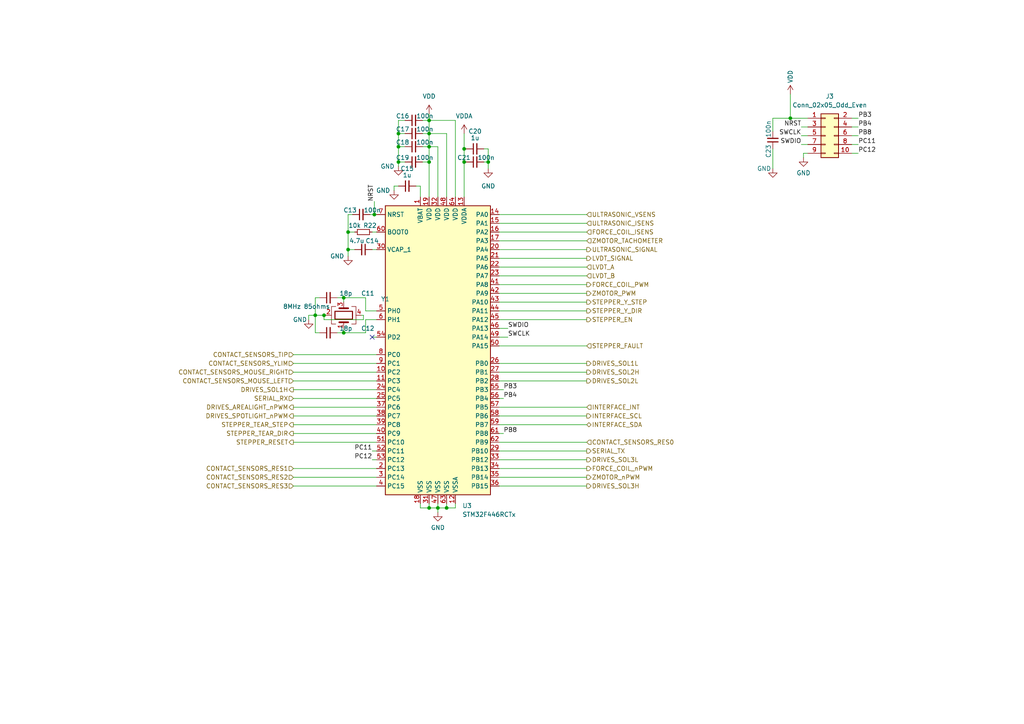
<source format=kicad_sch>
(kicad_sch (version 20211123) (generator eeschema)
  (paper "A4")
  (lib_symbols
    (symbol "Connector_Generic:Conn_02x05_Odd_Even" (pin_names (offset 1.016) hide)
      (property "Reference" "J" (at 1.27 7.62 0))
      (property "Value" "Conn_02x05_Odd_Even" (at 1.27 -7.62 0))
      (symbol "Conn_02x05_Odd_Even_1_1"
        (rectangle (start -1.27 -4.953) (end 0 -5.207) (stroke (width 0.1524)))
        (rectangle (start -1.27 -2.413) (end 0 -2.667) (stroke (width 0.1524)))
        (rectangle (start -1.27 0.127) (end 0 -0.127) (stroke (width 0.1524)))
        (rectangle (start -1.27 2.667) (end 0 2.413) (stroke (width 0.1524)))
        (rectangle (start -1.27 5.207) (end 0 4.953) (stroke (width 0.1524)))
        (rectangle (start -1.27 6.35) (end 3.81 -6.35) (stroke (width 0.254)) (fill (type background)))
        (rectangle (start 3.81 -4.953) (end 2.54 -5.207) (stroke (width 0.1524)))
        (rectangle (start 3.81 -2.413) (end 2.54 -2.667) (stroke (width 0.1524)))
        (rectangle (start 3.81 0.127) (end 2.54 -0.127) (stroke (width 0.1524)))
        (rectangle (start 3.81 2.667) (end 2.54 2.413) (stroke (width 0.1524)))
        (rectangle (start 3.81 5.207) (end 2.54 4.953) (stroke (width 0.1524)))
        (pin passive line (at -5.08 5.08 0) (length 3.81) (name "Pin_1") (number "1"))
        (pin passive line (at 7.62 -5.08 180) (length 3.81) (name "Pin_10") (number "10"))
        (pin passive line (at 7.62 5.08 180) (length 3.81) (name "Pin_2") (number "2"))
        (pin passive line (at -5.08 2.54 0) (length 3.81) (name "Pin_3") (number "3"))
        (pin passive line (at 7.62 2.54 180) (length 3.81) (name "Pin_4") (number "4"))
        (pin passive line (at -5.08 0 0) (length 3.81) (name "Pin_5") (number "5"))
        (pin passive line (at 7.62 0 180) (length 3.81) (name "Pin_6") (number "6"))
        (pin passive line (at -5.08 -2.54 0) (length 3.81) (name "Pin_7") (number "7"))
        (pin passive line (at 7.62 -2.54 180) (length 3.81) (name "Pin_8") (number "8"))
        (pin passive line (at -5.08 -5.08 0) (length 3.81) (name "Pin_9") (number "9"))
      )
    )
    (symbol "Device:C_Small" (pin_numbers hide) (pin_names (offset 0.254) hide)
      (property "Reference" "C" (at 0.254 1.778 0))
      (property "Value" "C_Small" (at 0.254 -2.032 0))
      (symbol "C_Small_0_1"
        (polyline (pts (xy -1.524 -0.508) (xy 1.524 -0.508)) (stroke (width 0.3302)))
        (polyline (pts (xy -1.524 0.508) (xy 1.524 0.508)) (stroke (width 0.3048)))
      )
      (symbol "C_Small_1_1"
        (pin passive line (at 0 2.54 270) (length 2.032) (name "~") (number "1"))
        (pin passive line (at 0 -2.54 90) (length 2.032) (name "~") (number "2"))
      )
    )
    (symbol "Device:Crystal_GND24" (pin_names (offset 1.016) hide)
      (property "Reference" "Y" (at 3.175 5.08 0))
      (property "Value" "Crystal_GND24" (at 3.175 3.175 0))
      (symbol "Crystal_GND24_0_1"
        (rectangle (start -1.143 2.54) (end 1.143 -2.54) (stroke (width 0.3048)))
        (polyline (pts (xy -2.54 0) (xy -2.032 0)))
        (polyline (pts (xy -2.032 -1.27) (xy -2.032 1.27)) (stroke (width 0.508)))
        (polyline (pts (xy 0 -3.81) (xy 0 -3.556)))
        (polyline (pts (xy 0 3.556) (xy 0 3.81)))
        (polyline (pts (xy 2.032 -1.27) (xy 2.032 1.27)) (stroke (width 0.508)))
        (polyline (pts (xy 2.032 0) (xy 2.54 0)))
        (polyline (pts (xy -2.54 -2.286) (xy -2.54 -3.556) (xy 2.54 -3.556) (xy 2.54 -2.286)))
        (polyline (pts (xy -2.54 2.286) (xy -2.54 3.556) (xy 2.54 3.556) (xy 2.54 2.286)))
      )
      (symbol "Crystal_GND24_1_1"
        (pin passive line (at -3.81 0 0) (length 1.27) (name "1") (number "1"))
        (pin passive line (at 0 5.08 270) (length 1.27) (name "2") (number "2"))
        (pin passive line (at 3.81 0 180) (length 1.27) (name "3") (number "3"))
        (pin passive line (at 0 -5.08 90) (length 1.27) (name "4") (number "4"))
      )
    )
    (symbol "Device:R_Small" (pin_numbers hide) (pin_names (offset 0.254) hide)
      (property "Reference" "R" (at 0.762 0.508 0))
      (property "Value" "R_Small" (at 0.762 -1.016 0))
      (symbol "R_Small_0_1"
        (rectangle (start -0.762 1.778) (end 0.762 -1.778) (stroke (width 0.2032)))
      )
      (symbol "R_Small_1_1"
        (pin passive line (at 0 2.54 270) (length 0.762) (name "~") (number "1"))
        (pin passive line (at 0 -2.54 90) (length 0.762) (name "~") (number "2"))
      )
    )
    (symbol "MCU_ST_STM32F4:STM32F446RCTx"
      (property "Reference" "U" (at -15.24 41.91 0))
      (property "Value" "STM32F446RCTx" (at 10.16 41.91 0))
      (symbol "STM32F446RCTx_0_1"
        (rectangle (start -15.24 -43.18) (end 15.24 40.64) (stroke (width 0.254)) (fill (type background)))
      )
      (symbol "STM32F446RCTx_1_1"
        (pin power_in line (at -5.08 43.18 270) (length 2.54) (name "VBAT") (number "1"))
        (pin bidirectional line (at -17.78 -7.62 0) (length 2.54) (name "PC2") (number "10"))
        (pin bidirectional line (at -17.78 -10.16 0) (length 2.54) (name "PC3") (number "11"))
        (pin power_in line (at 5.08 -45.72 90) (length 2.54) (name "VSSA") (number "12"))
        (pin power_in line (at 7.62 43.18 270) (length 2.54) (name "VDDA") (number "13"))
        (pin bidirectional line (at 17.78 38.1 180) (length 2.54) (name "PA0") (number "14"))
        (pin bidirectional line (at 17.78 35.56 180) (length 2.54) (name "PA1") (number "15"))
        (pin bidirectional line (at 17.78 33.02 180) (length 2.54) (name "PA2") (number "16"))
        (pin bidirectional line (at 17.78 30.48 180) (length 2.54) (name "PA3") (number "17"))
        (pin power_in line (at -5.08 -45.72 90) (length 2.54) (name "VSS") (number "18"))
        (pin power_in line (at -2.54 43.18 270) (length 2.54) (name "VDD") (number "19"))
        (pin bidirectional line (at -17.78 -35.56 0) (length 2.54) (name "PC13") (number "2"))
        (pin bidirectional line (at 17.78 27.94 180) (length 2.54) (name "PA4") (number "20"))
        (pin bidirectional line (at 17.78 25.4 180) (length 2.54) (name "PA5") (number "21"))
        (pin bidirectional line (at 17.78 22.86 180) (length 2.54) (name "PA6") (number "22"))
        (pin bidirectional line (at 17.78 20.32 180) (length 2.54) (name "PA7") (number "23"))
        (pin bidirectional line (at -17.78 -12.7 0) (length 2.54) (name "PC4") (number "24"))
        (pin bidirectional line (at -17.78 -15.24 0) (length 2.54) (name "PC5") (number "25"))
        (pin bidirectional line (at 17.78 -5.08 180) (length 2.54) (name "PB0") (number "26"))
        (pin bidirectional line (at 17.78 -7.62 180) (length 2.54) (name "PB1") (number "27"))
        (pin bidirectional line (at 17.78 -10.16 180) (length 2.54) (name "PB2") (number "28"))
        (pin bidirectional line (at 17.78 -30.48 180) (length 2.54) (name "PB10") (number "29"))
        (pin bidirectional line (at -17.78 -38.1 0) (length 2.54) (name "PC14") (number "3"))
        (pin power_in line (at -17.78 27.94 0) (length 2.54) (name "VCAP_1") (number "30"))
        (pin power_in line (at -2.54 -45.72 90) (length 2.54) (name "VSS") (number "31"))
        (pin power_in line (at 0 43.18 270) (length 2.54) (name "VDD") (number "32"))
        (pin bidirectional line (at 17.78 -33.02 180) (length 2.54) (name "PB12") (number "33"))
        (pin bidirectional line (at 17.78 -35.56 180) (length 2.54) (name "PB13") (number "34"))
        (pin bidirectional line (at 17.78 -38.1 180) (length 2.54) (name "PB14") (number "35"))
        (pin bidirectional line (at 17.78 -40.64 180) (length 2.54) (name "PB15") (number "36"))
        (pin bidirectional line (at -17.78 -17.78 0) (length 2.54) (name "PC6") (number "37"))
        (pin bidirectional line (at -17.78 -20.32 0) (length 2.54) (name "PC7") (number "38"))
        (pin bidirectional line (at -17.78 -22.86 0) (length 2.54) (name "PC8") (number "39"))
        (pin bidirectional line (at -17.78 -40.64 0) (length 2.54) (name "PC15") (number "4"))
        (pin bidirectional line (at -17.78 -25.4 0) (length 2.54) (name "PC9") (number "40"))
        (pin bidirectional line (at 17.78 17.78 180) (length 2.54) (name "PA8") (number "41"))
        (pin bidirectional line (at 17.78 15.24 180) (length 2.54) (name "PA9") (number "42"))
        (pin bidirectional line (at 17.78 12.7 180) (length 2.54) (name "PA10") (number "43"))
        (pin bidirectional line (at 17.78 10.16 180) (length 2.54) (name "PA11") (number "44"))
        (pin bidirectional line (at 17.78 7.62 180) (length 2.54) (name "PA12") (number "45"))
        (pin bidirectional line (at 17.78 5.08 180) (length 2.54) (name "PA13") (number "46"))
        (pin power_in line (at 0 -45.72 90) (length 2.54) (name "VSS") (number "47"))
        (pin power_in line (at 2.54 43.18 270) (length 2.54) (name "VDD") (number "48"))
        (pin bidirectional line (at 17.78 2.54 180) (length 2.54) (name "PA14") (number "49"))
        (pin input line (at -17.78 10.16 0) (length 2.54) (name "PH0") (number "5"))
        (pin bidirectional line (at 17.78 0 180) (length 2.54) (name "PA15") (number "50"))
        (pin bidirectional line (at -17.78 -27.94 0) (length 2.54) (name "PC10") (number "51"))
        (pin bidirectional line (at -17.78 -30.48 0) (length 2.54) (name "PC11") (number "52"))
        (pin bidirectional line (at -17.78 -33.02 0) (length 2.54) (name "PC12") (number "53"))
        (pin bidirectional line (at -17.78 2.54 0) (length 2.54) (name "PD2") (number "54"))
        (pin bidirectional line (at 17.78 -12.7 180) (length 2.54) (name "PB3") (number "55"))
        (pin bidirectional line (at 17.78 -15.24 180) (length 2.54) (name "PB4") (number "56"))
        (pin bidirectional line (at 17.78 -17.78 180) (length 2.54) (name "PB5") (number "57"))
        (pin bidirectional line (at 17.78 -20.32 180) (length 2.54) (name "PB6") (number "58"))
        (pin bidirectional line (at 17.78 -22.86 180) (length 2.54) (name "PB7") (number "59"))
        (pin input line (at -17.78 7.62 0) (length 2.54) (name "PH1") (number "6"))
        (pin input line (at -17.78 33.02 0) (length 2.54) (name "BOOT0") (number "60"))
        (pin bidirectional line (at 17.78 -25.4 180) (length 2.54) (name "PB8") (number "61"))
        (pin bidirectional line (at 17.78 -27.94 180) (length 2.54) (name "PB9") (number "62"))
        (pin power_in line (at 2.54 -45.72 90) (length 2.54) (name "VSS") (number "63"))
        (pin power_in line (at 5.08 43.18 270) (length 2.54) (name "VDD") (number "64"))
        (pin input line (at -17.78 38.1 0) (length 2.54) (name "NRST") (number "7"))
        (pin bidirectional line (at -17.78 -2.54 0) (length 2.54) (name "PC0") (number "8"))
        (pin bidirectional line (at -17.78 -5.08 0) (length 2.54) (name "PC1") (number "9"))
      )
    )
    (symbol "power:GND" (power) (pin_names (offset 0))
      (property "Value" "GND" (at 0 -3.81 0))
      (symbol "GND_0_1"
        (polyline (pts (xy 0 0) (xy 0 -1.27) (xy 1.27 -1.27) (xy 0 -2.54) (xy -1.27 -1.27) (xy 0 -1.27)))
      )
      (symbol "GND_1_1"
        (pin power_in line (at 0 0 270) (length 0) hide (name "GND") (number "1"))
      )
    )
    (symbol "power:VDD" (power) (pin_names (offset 0))
      (property "Value" "VDD" (at 0 3.81 0))
      (symbol "VDD_0_1"
        (polyline (pts (xy -0.762 1.27) (xy 0 2.54)))
        (polyline (pts (xy 0 0) (xy 0 2.54)))
        (polyline (pts (xy 0 2.54) (xy 0.762 1.27)))
      )
      (symbol "VDD_1_1"
        (pin power_in line (at 0 0 90) (length 0) hide (name "VDD") (number "1"))
      )
    )
    (symbol "power:VDDA" (power) (pin_names (offset 0))
      (property "Value" "VDDA" (at 0 3.81 0))
      (symbol "VDDA_0_1"
        (polyline (pts (xy -0.762 1.27) (xy 0 2.54)))
        (polyline (pts (xy 0 0) (xy 0 2.54)))
        (polyline (pts (xy 0 2.54) (xy 0.762 1.27)))
      )
      (symbol "VDDA_1_1"
        (pin power_in line (at 0 0 90) (length 0) hide (name "VDDA") (number "1"))
      )
    )
  )
  (junction (at 127 147.32))
  (junction (at 124.46 38.735))
  (junction (at 129.54 147.32))
  (junction (at 124.46 42.545))
  (junction (at 108.585 62.23))
  (junction (at 91.44 91.44))
  (junction (at 134.62 43.18))
  (junction (at 229.235 34.29))
  (junction (at 100.965 72.39))
  (junction (at 141.605 46.99))
  (junction (at 115.57 42.545))
  (junction (at 124.46 46.99))
  (junction (at 115.57 38.735))
  (junction (at 99.695 96.52))
  (junction (at 115.57 46.99))
  (junction (at 134.62 46.99))
  (junction (at 99.695 86.36))
  (junction (at 93.98 91.44))
  (junction (at 124.46 147.32))
  (junction (at 124.46 34.925))
  (junction (at 100.965 67.31))
  (no_connect (at 107.95 97.79))
  (wire (pts (xy 134.62 43.18) (xy 135.255 43.18)))
  (wire (pts (xy 115.57 38.735) (xy 115.57 42.545)))
  (wire (pts (xy 124.46 42.545) (xy 124.46 46.99)))
  (wire (pts (xy 229.235 34.29) (xy 224.155 34.29)))
  (wire (pts (xy 124.46 46.99) (xy 124.46 57.15)))
  (wire (pts (xy 115.57 42.545) (xy 117.475 42.545)))
  (wire (pts (xy 144.78 118.11) (xy 170.18 118.11)))
  (wire (pts (xy 100.965 72.39) (xy 102.87 72.39)))
  (wire (pts (xy 247.015 34.29) (xy 248.92 34.29)))
  (wire (pts (xy 102.235 62.23) (xy 100.965 62.23)))
  (wire (pts (xy 127 147.32) (xy 127 148.59)))
  (wire (pts (xy 233.045 44.45) (xy 233.045 45.72)))
  (wire (pts (xy 144.78 130.81) (xy 170.18 130.81)))
  (wire (pts (xy 247.015 36.83) (xy 248.92 36.83)))
  (wire (pts (xy 85.09 125.73) (xy 109.22 125.73)))
  (wire (pts (xy 93.98 92.71) (xy 105.41 92.71)))
  (wire (pts (xy 93.98 91.44) (xy 93.98 92.71)))
  (wire (pts (xy 234.315 44.45) (xy 233.045 44.45)))
  (wire (pts (xy 144.78 133.35) (xy 170.18 133.35)))
  (wire (pts (xy 121.92 53.975) (xy 121.92 57.15)))
  (wire (pts (xy 144.78 97.79) (xy 147.32 97.79)))
  (wire (pts (xy 124.46 34.925) (xy 132.08 34.925)))
  (wire (pts (xy 91.44 91.44) (xy 93.98 91.44)))
  (wire (pts (xy 134.62 46.99) (xy 135.255 46.99)))
  (wire (pts (xy 124.46 34.925) (xy 124.46 38.735)))
  (wire (pts (xy 105.41 92.71) (xy 105.41 91.44)))
  (wire (pts (xy 144.78 64.77) (xy 170.18 64.77)))
  (wire (pts (xy 85.09 102.87) (xy 109.22 102.87)))
  (wire (pts (xy 107.95 130.81) (xy 109.22 130.81)))
  (wire (pts (xy 144.78 123.19) (xy 170.18 123.19)))
  (wire (pts (xy 144.78 140.97) (xy 170.18 140.97)))
  (wire (pts (xy 115.57 42.545) (xy 115.57 46.99)))
  (wire (pts (xy 144.78 100.33) (xy 170.18 100.33)))
  (wire (pts (xy 100.965 67.31) (xy 102.87 67.31)))
  (wire (pts (xy 232.41 41.91) (xy 234.315 41.91)))
  (wire (pts (xy 85.09 118.11) (xy 109.22 118.11)))
  (wire (pts (xy 115.57 46.99) (xy 117.475 46.99)))
  (wire (pts (xy 134.62 46.99) (xy 134.62 57.15)))
  (wire (pts (xy 144.78 105.41) (xy 170.18 105.41)))
  (wire (pts (xy 141.605 43.18) (xy 141.605 46.99)))
  (wire (pts (xy 144.78 67.31) (xy 170.18 67.31)))
  (wire (pts (xy 224.155 34.29) (xy 224.155 38.1)))
  (wire (pts (xy 127 147.32) (xy 129.54 147.32)))
  (wire (pts (xy 124.46 33.02) (xy 124.46 34.925)))
  (wire (pts (xy 91.44 96.52) (xy 92.71 96.52)))
  (wire (pts (xy 144.78 113.03) (xy 146.05 113.03)))
  (wire (pts (xy 109.22 92.71) (xy 106.045 92.71)))
  (wire (pts (xy 85.09 138.43) (xy 109.22 138.43)))
  (wire (pts (xy 122.555 34.925) (xy 124.46 34.925)))
  (wire (pts (xy 117.475 34.925) (xy 115.57 34.925)))
  (wire (pts (xy 144.78 92.71) (xy 170.18 92.71)))
  (wire (pts (xy 144.78 95.25) (xy 147.32 95.25)))
  (wire (pts (xy 107.95 97.79) (xy 109.22 97.79)))
  (wire (pts (xy 122.555 38.735) (xy 124.46 38.735)))
  (wire (pts (xy 129.54 38.735) (xy 129.54 57.15)))
  (wire (pts (xy 108.585 58.42) (xy 108.585 62.23)))
  (wire (pts (xy 144.78 107.95) (xy 170.18 107.95)))
  (wire (pts (xy 106.045 86.36) (xy 106.045 90.17)))
  (wire (pts (xy 107.95 72.39) (xy 109.22 72.39)))
  (wire (pts (xy 144.78 77.47) (xy 170.18 77.47)))
  (wire (pts (xy 129.54 147.32) (xy 132.08 147.32)))
  (wire (pts (xy 115.57 34.925) (xy 115.57 38.735)))
  (wire (pts (xy 129.54 146.05) (xy 129.54 147.32)))
  (wire (pts (xy 107.315 62.23) (xy 108.585 62.23)))
  (wire (pts (xy 85.09 128.27) (xy 109.22 128.27)))
  (wire (pts (xy 85.09 105.41) (xy 109.22 105.41)))
  (wire (pts (xy 134.62 43.18) (xy 134.62 46.99)))
  (wire (pts (xy 144.78 87.63) (xy 170.18 87.63)))
  (wire (pts (xy 229.235 27.305) (xy 229.235 34.29)))
  (wire (pts (xy 121.92 146.05) (xy 121.92 147.32)))
  (wire (pts (xy 144.78 74.93) (xy 170.18 74.93)))
  (wire (pts (xy 124.46 42.545) (xy 127 42.545)))
  (wire (pts (xy 104.775 91.44) (xy 105.41 91.44)))
  (wire (pts (xy 247.015 44.45) (xy 248.92 44.45)))
  (wire (pts (xy 124.46 146.05) (xy 124.46 147.32)))
  (wire (pts (xy 91.44 91.44) (xy 91.44 96.52)))
  (wire (pts (xy 144.78 138.43) (xy 170.18 138.43)))
  (wire (pts (xy 141.605 46.99) (xy 141.605 48.895)))
  (wire (pts (xy 144.78 72.39) (xy 170.18 72.39)))
  (wire (pts (xy 100.965 67.31) (xy 100.965 72.39)))
  (wire (pts (xy 247.015 39.37) (xy 248.92 39.37)))
  (wire (pts (xy 85.09 107.95) (xy 109.22 107.95)))
  (wire (pts (xy 144.78 115.57) (xy 146.05 115.57)))
  (wire (pts (xy 115.57 38.735) (xy 117.475 38.735)))
  (wire (pts (xy 127 42.545) (xy 127 57.15)))
  (wire (pts (xy 124.46 38.735) (xy 124.46 42.545)))
  (wire (pts (xy 91.44 86.36) (xy 91.44 91.44)))
  (wire (pts (xy 121.92 147.32) (xy 124.46 147.32)))
  (wire (pts (xy 224.155 43.18) (xy 224.155 48.895)))
  (wire (pts (xy 97.79 86.36) (xy 99.695 86.36)))
  (wire (pts (xy 100.965 72.39) (xy 100.965 74.295)))
  (wire (pts (xy 106.045 92.71) (xy 106.045 96.52)))
  (wire (pts (xy 127 146.05) (xy 127 147.32)))
  (wire (pts (xy 140.335 46.99) (xy 141.605 46.99)))
  (wire (pts (xy 91.44 91.44) (xy 89.535 91.44)))
  (wire (pts (xy 100.965 62.23) (xy 100.965 67.31)))
  (wire (pts (xy 144.78 80.01) (xy 170.18 80.01)))
  (wire (pts (xy 108.585 62.23) (xy 109.22 62.23)))
  (wire (pts (xy 85.09 123.19) (xy 109.22 123.19)))
  (wire (pts (xy 115.57 53.975) (xy 114.3 53.975)))
  (wire (pts (xy 144.78 125.73) (xy 146.05 125.73)))
  (wire (pts (xy 85.09 113.03) (xy 109.22 113.03)))
  (wire (pts (xy 144.78 82.55) (xy 170.18 82.55)))
  (wire (pts (xy 144.78 62.23) (xy 170.18 62.23)))
  (wire (pts (xy 85.09 140.97) (xy 109.22 140.97)))
  (wire (pts (xy 144.78 135.89) (xy 170.18 135.89)))
  (wire (pts (xy 120.65 53.975) (xy 121.92 53.975)))
  (wire (pts (xy 107.95 67.31) (xy 109.22 67.31)))
  (wire (pts (xy 85.09 115.57) (xy 109.22 115.57)))
  (wire (pts (xy 229.235 34.29) (xy 234.315 34.29)))
  (wire (pts (xy 132.08 147.32) (xy 132.08 146.05)))
  (wire (pts (xy 132.08 34.925) (xy 132.08 57.15)))
  (wire (pts (xy 99.695 86.36) (xy 99.695 87.63)))
  (wire (pts (xy 144.78 110.49) (xy 170.18 110.49)))
  (wire (pts (xy 107.95 133.35) (xy 109.22 133.35)))
  (wire (pts (xy 144.78 69.85) (xy 170.18 69.85)))
  (wire (pts (xy 232.41 39.37) (xy 234.315 39.37)))
  (wire (pts (xy 232.41 36.83) (xy 234.315 36.83)))
  (wire (pts (xy 144.78 90.17) (xy 170.18 90.17)))
  (wire (pts (xy 247.015 41.91) (xy 248.92 41.91)))
  (wire (pts (xy 114.3 53.975) (xy 114.3 55.245)))
  (wire (pts (xy 99.695 96.52) (xy 106.045 96.52)))
  (wire (pts (xy 144.78 120.65) (xy 170.18 120.65)))
  (wire (pts (xy 99.695 86.36) (xy 106.045 86.36)))
  (wire (pts (xy 122.555 42.545) (xy 124.46 42.545)))
  (wire (pts (xy 124.46 147.32) (xy 127 147.32)))
  (wire (pts (xy 134.62 38.735) (xy 134.62 43.18)))
  (wire (pts (xy 97.79 96.52) (xy 99.695 96.52)))
  (wire (pts (xy 85.09 120.65) (xy 109.22 120.65)))
  (wire (pts (xy 92.71 86.36) (xy 91.44 86.36)))
  (wire (pts (xy 99.695 95.25) (xy 99.695 96.52)))
  (wire (pts (xy 106.045 90.17) (xy 109.22 90.17)))
  (wire (pts (xy 124.46 46.99) (xy 122.555 46.99)))
  (wire (pts (xy 124.46 38.735) (xy 129.54 38.735)))
  (wire (pts (xy 144.78 85.09) (xy 170.18 85.09)))
  (wire (pts (xy 85.09 135.89) (xy 109.22 135.89)))
  (wire (pts (xy 115.57 46.99) (xy 115.57 48.26)))
  (wire (pts (xy 144.78 128.27) (xy 170.18 128.27)))
  (wire (pts (xy 140.335 43.18) (xy 141.605 43.18)))
  (wire (pts (xy 85.09 110.49) (xy 109.22 110.49)))
  (wire (pts (xy 89.535 91.44) (xy 89.535 92.71)))
  (wire (pts (xy 93.98 91.44) (xy 94.615 91.44)))
  (label "NRST" (at 108.585 58.42 90))
  (label "SWCLK" (at 147.32 97.79 0))
  (label "PB3" (at 248.92 34.29 0))
  (label "PB3" (at 146.05 113.03 0))
  (label "PC12" (at 107.95 133.35 180))
  (label "SWCLK" (at 232.41 39.37 180))
  (label "PC11" (at 248.92 41.91 0))
  (label "NRST" (at 232.41 36.83 180))
  (label "PC11" (at 107.95 130.81 180))
  (label "PB8" (at 248.92 39.37 0))
  (label "SWDIO" (at 147.32 95.25 0))
  (label "SWDIO" (at 232.41 41.91 180))
  (label "PB4" (at 146.05 115.57 0))
  (label "PB8" (at 146.05 125.73 0))
  (label "PC12" (at 248.92 44.45 0))
  (label "PB4" (at 248.92 36.83 0))
  (hierarchical_label "CONTACT_SENSORS_RES3" (shape input) (at 85.09 140.97 180))
  (hierarchical_label "CONTACT_SENSORS_RES0" (shape input) (at 170.18 128.27 0))
  (hierarchical_label "INTERFACE_SDA" (shape bidirectional) (at 170.18 123.19 0))
  (hierarchical_label "INTERFACE_INT" (shape input) (at 170.18 118.11 0))
  (hierarchical_label "DRIVES_SOL3H" (shape output) (at 170.18 140.97 0))
  (hierarchical_label "CONTACT_SENSORS_TIP" (shape input) (at 85.09 102.87 180))
  (hierarchical_label "ZMOTOR_TACHOMETER" (shape input) (at 170.18 69.85 0))
  (hierarchical_label "FORCE_COIL_PWM" (shape output) (at 170.18 82.55 0))
  (hierarchical_label "CONTACT_SENSORS_MOUSE_LEFT" (shape input) (at 85.09 110.49 180))
  (hierarchical_label "FORCE_COIL_nPWM" (shape output) (at 170.18 135.89 0))
  (hierarchical_label "DRIVES_SOL3L" (shape output) (at 170.18 133.35 0))
  (hierarchical_label "STEPPER_Y_STEP" (shape output) (at 170.18 87.63 0))
  (hierarchical_label "ULTRASONIC_ISENS" (shape input) (at 170.18 64.77 0))
  (hierarchical_label "ZMOTOR_nPWM" (shape output) (at 170.18 138.43 0))
  (hierarchical_label "CONTACT_SENSORS_YLIM" (shape input) (at 85.09 105.41 180))
  (hierarchical_label "STEPPER_TEAR_DIR" (shape output) (at 85.09 125.73 180))
  (hierarchical_label "CONTACT_SENSORS_MOUSE_RIGHT" (shape input) (at 85.09 107.95 180))
  (hierarchical_label "STEPPER_Y_DIR" (shape output) (at 170.18 90.17 0))
  (hierarchical_label "LVDT_B" (shape input) (at 170.18 80.01 0))
  (hierarchical_label "DRIVES_AREALIGHT_nPWM" (shape output) (at 85.09 118.11 180))
  (hierarchical_label "DRIVES_SPOTLIGHT_nPWM" (shape output) (at 85.09 120.65 180))
  (hierarchical_label "ULTRASONIC_SIGNAL" (shape output) (at 170.18 72.39 0))
  (hierarchical_label "ULTRASONIC_VSENS" (shape input) (at 170.18 62.23 0))
  (hierarchical_label "LVDT_A" (shape input) (at 170.18 77.47 0))
  (hierarchical_label "DRIVES_SOL2H" (shape output) (at 170.18 107.95 0))
  (hierarchical_label "SERIAL_TX" (shape output) (at 170.18 130.81 0))
  (hierarchical_label "DRIVES_SOL1L" (shape output) (at 170.18 105.41 0))
  (hierarchical_label "STEPPER_EN" (shape output) (at 170.18 92.71 0))
  (hierarchical_label "CONTACT_SENSORS_RES1" (shape input) (at 85.09 135.89 180))
  (hierarchical_label "INTERFACE_SCL" (shape output) (at 170.18 120.65 0))
  (hierarchical_label "LVDT_SIGNAL" (shape output) (at 170.18 74.93 0))
  (hierarchical_label "SERIAL_RX" (shape input) (at 85.09 115.57 180))
  (hierarchical_label "DRIVES_SOL1H" (shape output) (at 85.09 113.03 180))
  (hierarchical_label "CONTACT_SENSORS_RES2" (shape input) (at 85.09 138.43 180))
  (hierarchical_label "STEPPER_TEAR_STEP" (shape output) (at 85.09 123.19 180))
  (hierarchical_label "FORCE_COIL_ISENS" (shape input) (at 170.18 67.31 0))
  (hierarchical_label "STEPPER_FAULT" (shape input) (at 170.18 100.33 0))
  (hierarchical_label "STEPPER_RESET" (shape output) (at 85.09 128.27 180))
  (hierarchical_label "DRIVES_SOL2L" (shape output) (at 170.18 110.49 0))
  (hierarchical_label "ZMOTOR_PWM" (shape output) (at 170.18 85.09 0))
  (symbol (lib_id "Device:C_Small") (at 120.015 38.735 90) (unit 1)
    (property "Reference" "C17" (at 118.745 37.465 90) (effects (justify left)))
    (property "Value" "100n" (at 125.73 37.465 90) (effects (justify left)))
    (property "Footprint" "Capacitor_SMD:C_0603_1608Metric_Pad1.08x0.95mm_HandSolder" (effects hide))
    (property "Link" "https://ozdisan.com/passive-components/capacitors/smt-smd-and-mlcc-capacitors/CL10B104KB8NNNC" (effects hide))
    (property "Price" "0.00448" (effects hide))
  )
  (symbol (lib_id "Device:C_Small") (at 104.775 62.23 90) (unit 1)
    (property "Reference" "C13" (at 103.505 60.96 90) (effects (justify left)))
    (property "Value" "100n" (at 110.49 60.96 90) (effects (justify left)))
    (property "Footprint" "Capacitor_SMD:C_0603_1608Metric_Pad1.08x0.95mm_HandSolder" (effects hide))
    (property "Link" "https://ozdisan.com/passive-components/capacitors/smt-smd-and-mlcc-capacitors/CL10B104KB8NNNC" (effects hide))
    (property "Price" "0.00448" (effects hide))
  )
  (symbol (lib_id "Device:C_Small") (at 224.155 40.64 180) (unit 1)
    (property "Reference" "C23" (at 222.885 41.91 90) (effects (justify left)))
    (property "Value" "100n" (at 222.885 34.925 90) (effects (justify left)))
    (property "Footprint" "Capacitor_SMD:C_0603_1608Metric_Pad1.08x0.95mm_HandSolder" (effects hide))
    (property "Link" "https://ozdisan.com/passive-components/capacitors/smt-smd-and-mlcc-capacitors/CL10B104KB8NNNC" (effects hide))
    (property "Price" "0.00448" (effects hide))
  )
  (symbol (lib_id "Device:Crystal_GND24") (at 99.695 91.44 90) (unit 1)
    (property "Reference" "Y1" (at 111.76 86.741 90))
    (property "Value" "8MHz 85ohms" (at 88.9 88.9 90))
    (property "Footprint" "Crystal:Crystal_SMD_5032-4Pin_5.0x3.2mm" (effects hide))
    (property "Link" "https://ozdisan.com/passive-components/crystals-oscillators-and-resonators/crystals/H130B-8-000-18-3030-EXT-" (effects hide))
    (property "Price" "0.44011" (effects hide))
  )
  (symbol (lib_id "Device:C_Small") (at 120.015 42.545 90) (unit 1)
    (property "Reference" "C18" (at 118.745 41.275 90) (effects (justify left)))
    (property "Value" "100n" (at 125.73 41.275 90) (effects (justify left)))
    (property "Footprint" "Capacitor_SMD:C_0603_1608Metric_Pad1.08x0.95mm_HandSolder" (effects hide))
    (property "Link" "https://ozdisan.com/passive-components/capacitors/smt-smd-and-mlcc-capacitors/CL10B104KB8NNNC" (effects hide))
    (property "Price" "0.00448" (effects hide))
  )
  (symbol (lib_id "power:GND") (at 114.3 55.245 0) (unit 1)
    (property "Reference" "#PWR023" (effects hide))
    (property "Value" "GND" (at 111.125 55.245 0))
  )
  (symbol (lib_id "Device:C_Small") (at 95.25 86.36 90) (unit 1)
    (property "Reference" "C11" (at 106.68 85.09 90))
    (property "Value" "18p" (at 100.33 85.09 90))
    (property "Footprint" "Capacitor_SMD:C_0603_1608Metric_Pad1.08x0.95mm_HandSolder" (effects hide))
    (property "Link" "https://ozdisan.com/passive-components/capacitors/smt-smd-and-mlcc-capacitors/CL10C180JB8NNNC" (effects hide))
    (property "Price" "0.00487" (effects hide))
  )
  (symbol (lib_id "power:GND") (at 127 148.59 0) (unit 1)
    (property "Reference" "#PWR026" (effects hide))
    (property "Value" "GND" (at 127 153.035 0))
  )
  (symbol (lib_id "Device:C_Small") (at 95.25 96.52 90) (unit 1)
    (property "Reference" "C12" (at 106.68 95.25 90))
    (property "Value" "18p" (at 100.33 95.25 90))
    (property "Footprint" "Capacitor_SMD:C_0603_1608Metric_Pad1.08x0.95mm_HandSolder" (effects hide))
    (property "Link" "https://ozdisan.com/passive-components/capacitors/smt-smd-and-mlcc-capacitors/CL10C180JB8NNNC" (effects hide))
    (property "Price" "0.00487" (effects hide))
  )
  (symbol (lib_id "Device:R_Small") (at 105.41 67.31 270) (unit 1)
    (property "Reference" "R22" (at 107.315 65.405 90))
    (property "Value" "10k" (at 102.87 65.405 90))
    (property "Footprint" "Resistor_SMD:R_0603_1608Metric_Pad0.98x0.95mm_HandSolder" (effects hide))
    (property "Link" "https://ozdisan.com/passive-components/resistors/smt-smd-and-chip-resistors/0603SAF1002T5E" (effects hide))
    (property "Price" "0.00221" (effects hide))
  )
  (symbol (lib_id "MCU_ST_STM32F4:STM32F446RCTx") (at 127 100.33 0) (unit 1)
    (property "Reference" "U3" (at 134.0994 146.685 0) (effects (justify left)))
    (property "Value" "STM32F446RCTx" (at 134.0994 149.225 0) (effects (justify left)))
    (property "Footprint" "Package_QFP:LQFP-64_10x10mm_P0.5mm" (effects hide))
    (property "Datasheet" "http://www.st.com/st-web-ui/static/active/en/resource/technical/document/datasheet/DM00141306.pdf" (effects hide))
    (property "Link" "https://ozdisan.com/integrated-circuits-ics/embedded-ics/microcontrollers/STM32F446RCT6" (effects hide))
    (property "Price" "14.41001" (effects hide))
  )
  (symbol (lib_id "power:GND") (at 141.605 48.895 0) (unit 1)
    (property "Reference" "#PWR028" (effects hide))
    (property "Value" "GND" (at 141.605 53.975 0))
  )
  (symbol (lib_id "Device:C_Small") (at 137.795 46.99 90) (unit 1)
    (property "Reference" "C21" (at 136.525 45.72 90) (effects (justify left)))
    (property "Value" "100n" (at 143.51 45.72 90) (effects (justify left)))
    (property "Footprint" "Capacitor_SMD:C_0603_1608Metric_Pad1.08x0.95mm_HandSolder" (effects hide))
    (property "Link" "https://ozdisan.com/passive-components/capacitors/smt-smd-and-mlcc-capacitors/CL10B104KB8NNNC" (effects hide))
    (property "Price" "0.00448" (effects hide))
  )
  (symbol (lib_id "power:VDD") (at 229.235 27.305 0) (unit 1)
    (property "Reference" "#PWR031" (effects hide))
    (property "Value" "VDD" (at 229.235 22.225 90))
  )
  (symbol (lib_id "power:GND") (at 100.965 74.295 0) (unit 1)
    (property "Reference" "#PWR022" (effects hide))
    (property "Value" "GND" (at 97.79 74.295 0))
  )
  (symbol (lib_id "Device:C_Small") (at 120.015 46.99 90) (unit 1)
    (property "Reference" "C19" (at 118.745 45.72 90) (effects (justify left)))
    (property "Value" "100n" (at 125.73 45.72 90) (effects (justify left)))
    (property "Footprint" "Capacitor_SMD:C_0603_1608Metric_Pad1.08x0.95mm_HandSolder" (effects hide))
    (property "Link" "https://ozdisan.com/passive-components/capacitors/smt-smd-and-mlcc-capacitors/CL10B104KB8NNNC" (effects hide))
    (property "Price" "0.00448" (effects hide))
  )
  (symbol (lib_id "power:GND") (at 233.045 45.72 0) (unit 1)
    (property "Reference" "#PWR033" (effects hide))
    (property "Value" "GND" (at 233.045 50.165 0))
  )
  (symbol (lib_id "power:GND") (at 89.535 92.71 0) (unit 1)
    (property "Reference" "#PWR021" (effects hide))
    (property "Value" "GND" (at 86.995 92.71 0))
  )
  (symbol (lib_id "Device:C_Small") (at 120.015 34.925 90) (unit 1)
    (property "Reference" "C16" (at 118.745 33.655 90) (effects (justify left)))
    (property "Value" "100n" (at 125.73 33.655 90) (effects (justify left)))
    (property "Footprint" "Capacitor_SMD:C_0603_1608Metric_Pad1.08x0.95mm_HandSolder" (effects hide))
    (property "Link" "https://ozdisan.com/passive-components/capacitors/smt-smd-and-mlcc-capacitors/CL10B104KB8NNNC" (effects hide))
    (property "Price" "0.00448" (effects hide))
  )
  (symbol (lib_id "power:VDDA") (at 134.62 38.735 0) (unit 1)
    (property "Reference" "#PWR027" (effects hide))
    (property "Value" "VDDA" (at 134.62 33.655 0))
  )
  (symbol (lib_id "power:GND") (at 115.57 48.26 0) (unit 1)
    (property "Reference" "#PWR024" (effects hide))
    (property "Value" "GND" (at 112.395 48.26 0))
  )
  (symbol (lib_id "Device:C_Small") (at 137.795 43.18 90) (unit 1)
    (property "Reference" "C20" (at 137.795 38.1 90))
    (property "Value" "1u" (at 137.795 40.005 90))
    (property "Footprint" "Capacitor_SMD:C_0603_1608Metric_Pad1.08x0.95mm_HandSolder" (effects hide))
    (property "Link" "https://ozdisan.com/passive-components/capacitors/smt-smd-and-mlcc-capacitors/CL10B105KA8NNNC" (effects hide))
    (property "Price" "0.00926" (effects hide))
  )
  (symbol (lib_id "power:VDD") (at 124.46 33.02 0) (unit 1)
    (property "Reference" "#PWR025" (effects hide))
    (property "Value" "VDD" (at 124.46 27.94 0))
  )
  (symbol (lib_id "Device:C_Small") (at 118.11 53.975 90) (unit 1)
    (property "Reference" "C15" (at 118.11 48.895 90))
    (property "Value" "1u" (at 118.11 50.8 90))
    (property "Footprint" "Capacitor_SMD:C_0603_1608Metric_Pad1.08x0.95mm_HandSolder" (effects hide))
    (property "Link" "https://ozdisan.com/passive-components/capacitors/smt-smd-and-mlcc-capacitors/CL10B105KA8NNNC" (effects hide))
    (property "Price" "0.00926" (effects hide))
  )
  (symbol (lib_id "Connector_Generic:Conn_02x05_Odd_Even") (at 239.395 39.37 0) (unit 1)
    (property "Reference" "J3" (at 240.665 27.94 0))
    (property "Value" "Conn_02x05_Odd_Even" (at 240.665 30.48 0))
    (property "Footprint" "Connector_PinHeader_2.54mm:PinHeader_2x05_P2.54mm_Vertical" (effects hide))
    (property "Link" "https://ozdisan.com/connectors-and-interconnects/headers/pin-headers/L-KLS1-207-2-10-S" (effects hide))
    (property "Price" "0.04014" (effects hide))
  )
  (symbol (lib_id "Device:C_Small") (at 105.41 72.39 270) (unit 1)
    (property "Reference" "C14" (at 107.95 69.85 90))
    (property "Value" "4.7u" (at 103.505 69.85 90))
    (property "Footprint" "Capacitor_SMD:C_0603_1608Metric_Pad1.08x0.95mm_HandSolder" (effects hide))
    (property "Link" "https://ozdisan.com/passive-components/capacitors/smt-smd-and-mlcc-capacitors/CL10A475KQ8NNNC" (effects hide))
    (property "Price" "0.01079" (effects hide))
  )
  (symbol (lib_id "power:GND") (at 224.155 48.895 0) (unit 1)
    (property "Reference" "#PWR029" (effects hide))
    (property "Value" "GND" (at 221.615 48.895 0))
  )
)
</source>
